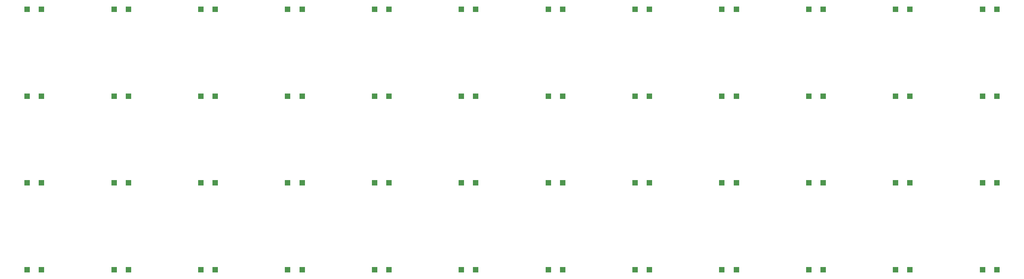
<source format=gbp>
%TF.GenerationSoftware,KiCad,Pcbnew,6.0.3-a3aad9c10e~116~ubuntu21.10.1*%
%TF.CreationDate,2022-03-19T20:14:59+00:00*%
%TF.ProjectId,PCB,5043422e-6b69-4636-9164-5f7063625858,rev?*%
%TF.SameCoordinates,Original*%
%TF.FileFunction,Paste,Bot*%
%TF.FilePolarity,Positive*%
%FSLAX46Y46*%
G04 Gerber Fmt 4.6, Leading zero omitted, Abs format (unit mm)*
G04 Created by KiCad (PCBNEW 6.0.3-a3aad9c10e~116~ubuntu21.10.1) date 2022-03-19 20:14:59*
%MOMM*%
%LPD*%
G01*
G04 APERTURE LIST*
%ADD10R,1.200000X1.200000*%
G04 APERTURE END LIST*
D10*
%TO.C,D39*%
X85595000Y-134240000D03*
X82445000Y-134240000D03*
%TD*%
%TO.C,D26*%
X66595000Y-115240000D03*
X63445000Y-115240000D03*
%TD*%
%TO.C,D11*%
X237595000Y-77240000D03*
X234445000Y-77240000D03*
%TD*%
%TO.C,D18*%
X142595000Y-96240000D03*
X139445000Y-96240000D03*
%TD*%
%TO.C,D10*%
X218595000Y-77240000D03*
X215445000Y-77240000D03*
%TD*%
%TO.C,D23*%
X237595000Y-96240000D03*
X234445000Y-96240000D03*
%TD*%
%TO.C,D28*%
X104595000Y-115240000D03*
X101445000Y-115240000D03*
%TD*%
%TO.C,D7*%
X161595000Y-77240000D03*
X158445000Y-77240000D03*
%TD*%
%TO.C,D37*%
X47595000Y-134240000D03*
X44445000Y-134240000D03*
%TD*%
%TO.C,D1*%
X47595000Y-77240000D03*
X44445000Y-77240000D03*
%TD*%
%TO.C,D48*%
X256595000Y-134240000D03*
X253445000Y-134240000D03*
%TD*%
%TO.C,D47*%
X237595000Y-134240000D03*
X234445000Y-134240000D03*
%TD*%
%TO.C,D21*%
X199595000Y-96240000D03*
X196445000Y-96240000D03*
%TD*%
%TO.C,D6*%
X142595000Y-77240000D03*
X139445000Y-77240000D03*
%TD*%
%TO.C,D31*%
X161595000Y-115240000D03*
X158445000Y-115240000D03*
%TD*%
%TO.C,D4*%
X104595000Y-77240000D03*
X101445000Y-77240000D03*
%TD*%
%TO.C,D36*%
X256595000Y-115240000D03*
X253445000Y-115240000D03*
%TD*%
%TO.C,D14*%
X66595000Y-96240000D03*
X63445000Y-96240000D03*
%TD*%
%TO.C,D29*%
X123595000Y-115240000D03*
X120445000Y-115240000D03*
%TD*%
%TO.C,D42*%
X142595000Y-134240000D03*
X139445000Y-134240000D03*
%TD*%
%TO.C,D41*%
X123595000Y-134240000D03*
X120445000Y-134240000D03*
%TD*%
%TO.C,D40*%
X104595000Y-134240000D03*
X101445000Y-134240000D03*
%TD*%
%TO.C,D8*%
X180595000Y-77240000D03*
X177445000Y-77240000D03*
%TD*%
%TO.C,D17*%
X123595000Y-96240000D03*
X120445000Y-96240000D03*
%TD*%
%TO.C,D2*%
X66595000Y-77240000D03*
X63445000Y-77240000D03*
%TD*%
%TO.C,D24*%
X256595000Y-96240000D03*
X253445000Y-96240000D03*
%TD*%
%TO.C,D9*%
X199595000Y-77240000D03*
X196445000Y-77240000D03*
%TD*%
%TO.C,D12*%
X256595000Y-77240000D03*
X253445000Y-77240000D03*
%TD*%
%TO.C,D13*%
X47595000Y-96240000D03*
X44445000Y-96240000D03*
%TD*%
%TO.C,D5*%
X123595000Y-77240000D03*
X120445000Y-77240000D03*
%TD*%
%TO.C,D33*%
X199595000Y-115240000D03*
X196445000Y-115240000D03*
%TD*%
%TO.C,D30*%
X142595000Y-115240000D03*
X139445000Y-115240000D03*
%TD*%
%TO.C,D27*%
X85595000Y-115240000D03*
X82445000Y-115240000D03*
%TD*%
%TO.C,D25*%
X47595000Y-115240000D03*
X44445000Y-115240000D03*
%TD*%
%TO.C,D45*%
X199595000Y-134240000D03*
X196445000Y-134240000D03*
%TD*%
%TO.C,D20*%
X180595000Y-96240000D03*
X177445000Y-96240000D03*
%TD*%
%TO.C,D38*%
X66595000Y-134240000D03*
X63445000Y-134240000D03*
%TD*%
%TO.C,D43*%
X161595000Y-134240000D03*
X158445000Y-134240000D03*
%TD*%
%TO.C,D44*%
X180595000Y-134240000D03*
X177445000Y-134240000D03*
%TD*%
%TO.C,D32*%
X180595000Y-115240000D03*
X177445000Y-115240000D03*
%TD*%
%TO.C,D22*%
X218595000Y-96240000D03*
X215445000Y-96240000D03*
%TD*%
%TO.C,D3*%
X85595000Y-77240000D03*
X82445000Y-77240000D03*
%TD*%
%TO.C,D15*%
X85595000Y-96240000D03*
X82445000Y-96240000D03*
%TD*%
%TO.C,D46*%
X218595000Y-134240000D03*
X215445000Y-134240000D03*
%TD*%
%TO.C,D16*%
X104595000Y-96240000D03*
X101445000Y-96240000D03*
%TD*%
%TO.C,D35*%
X237595000Y-115240000D03*
X234445000Y-115240000D03*
%TD*%
%TO.C,D34*%
X218595000Y-115240000D03*
X215445000Y-115240000D03*
%TD*%
%TO.C,D19*%
X161595000Y-96240000D03*
X158445000Y-96240000D03*
%TD*%
M02*

</source>
